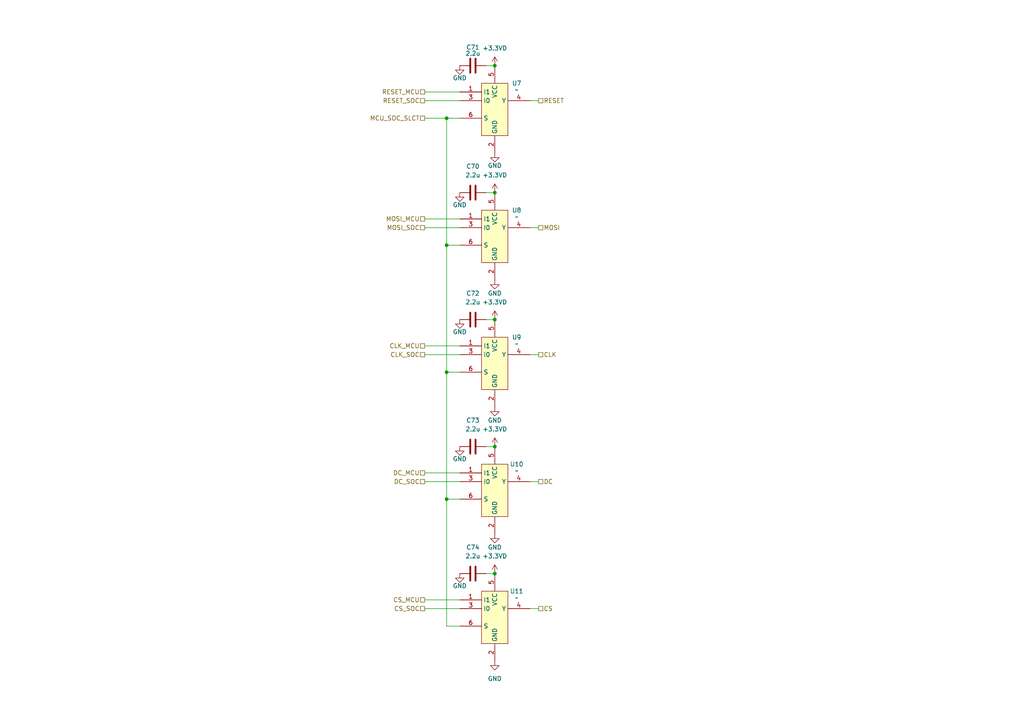
<source format=kicad_sch>
(kicad_sch (version 20250114) (generator "eeschema") (generator_version "9.0")
  (paper "A4")
  (lib_symbols
    (symbol "Device:C" (pin_numbers (hide yes)) (pin_names (offset 0.254))
      (property "Reference" "C" (at 0.635 2.54 0))
      (property "Value" "C" (at 0.635 -2.54 0))
      (symbol "C_0_1"
        (polyline (pts (xy -2.032 0.762) (xy 2.032 0.762)) (stroke (width 0.508)))
        (polyline (pts (xy -2.032 -0.762) (xy 2.032 -0.762)) (stroke (width 0.508)))
      )
      (symbol "C_1_1"
        (pin passive line (at 0 3.81 270) (length 2.794) (name "~") (number "1"))
        (pin passive line (at 0 -3.81 90) (length 2.794) (name "~") (number "2"))
      )
    )
    (symbol "H616_lib:74LVC1G157"
      (property "Reference" "U" (at 0.762 1.524 0))
      (symbol "74LVC1G157_1_1"
        (rectangle (start 0 0) (end 7.62 -15.24) (fill (type background)))
        (pin input line (at -6.35 -2.54 0) (length 6.35) (name "I1") (number "1"))
        (pin input line (at -6.35 -5.08 0) (length 6.35) (name "I0") (number "3"))
        (pin input line (at -6.35 -10.16 0) (length 6.35) (name "S") (number "6"))
        (pin input line (at 3.81 5.08 270) (length 5.08) (name "VCC") (number "5"))
        (pin input line (at 3.81 -20.32 90) (length 5.08) (name "GND") (number "2"))
        (pin input line (at 13.97 -5.08 180) (length 6.35) (name "Y") (number "4"))
      )
    )
    (symbol "power:+3.3V" (power) (pin_numbers (hide yes)) (pin_names (offset 0) (hide yes))
      (property "Value" "+3.3V" (at 0 3.556 0))
      (symbol "+3.3V_0_1"
        (polyline (pts (xy -0.762 1.27) (xy 0 2.54)))
        (polyline (pts (xy 0 2.54) (xy 0.762 1.27)))
        (polyline (pts (xy 0 0) (xy 0 2.54)))
      )
      (symbol "+3.3V_1_1"
        (pin power_in line (at 0 0 90) (length 0) (name "~") (number "1"))
      )
    )
    (symbol "power:GND" (power) (pin_numbers (hide yes)) (pin_names (offset 0) (hide yes))
      (property "Value" "GND" (at 0 -3.81 0))
      (symbol "GND_0_1"
        (polyline (pts (xy 0 0) (xy 0 -1.27) (xy 1.27 -1.27) (xy 0 -2.54) (xy -1.27 -1.27) (xy 0 -1.27)))
      )
      (symbol "GND_1_1"
        (pin power_in line (at 0 0 270) (length 0) (name "~") (number "1"))
      )
    )
  )
  (junction (at 143.51 166.37))
  (junction (at 143.51 19.05))
  (junction (at 143.51 55.88))
  (junction (at 129.54 144.78))
  (junction (at 129.54 71.12))
  (junction (at 143.51 92.71))
  (junction (at 129.54 107.95))
  (junction (at 143.51 129.54))
  (junction (at 129.54 34.29))
  (wire (pts (xy 129.54 181.61) (xy 133.35 181.61)))
  (wire (pts (xy 123.19 139.7) (xy 133.35 139.7)))
  (wire (pts (xy 153.67 66.04) (xy 156.21 66.04)))
  (wire (pts (xy 140.97 129.54) (xy 143.51 129.54)))
  (wire (pts (xy 140.97 19.05) (xy 143.51 19.05)))
  (wire (pts (xy 123.19 176.53) (xy 133.35 176.53)))
  (wire (pts (xy 129.54 71.12) (xy 133.35 71.12)))
  (wire (pts (xy 140.97 55.88) (xy 143.51 55.88)))
  (wire (pts (xy 153.67 102.87) (xy 156.21 102.87)))
  (wire (pts (xy 153.67 29.21) (xy 156.21 29.21)))
  (wire (pts (xy 129.54 34.29) (xy 133.35 34.29)))
  (wire (pts (xy 153.67 176.53) (xy 156.21 176.53)))
  (wire (pts (xy 123.19 100.33) (xy 133.35 100.33)))
  (wire (pts (xy 123.19 29.21) (xy 133.35 29.21)))
  (wire (pts (xy 140.97 92.71) (xy 143.51 92.71)))
  (wire (pts (xy 129.54 107.95) (xy 129.54 144.78)))
  (wire (pts (xy 129.54 144.78) (xy 129.54 181.61)))
  (wire (pts (xy 123.19 63.5) (xy 133.35 63.5)))
  (wire (pts (xy 123.19 173.99) (xy 133.35 173.99)))
  (wire (pts (xy 123.19 102.87) (xy 133.35 102.87)))
  (wire (pts (xy 123.19 66.04) (xy 133.35 66.04)))
  (wire (pts (xy 123.19 34.29) (xy 129.54 34.29)))
  (wire (pts (xy 140.97 166.37) (xy 143.51 166.37)))
  (wire (pts (xy 123.19 137.16) (xy 133.35 137.16)))
  (wire (pts (xy 129.54 107.95) (xy 133.35 107.95)))
  (wire (pts (xy 153.67 139.7) (xy 156.21 139.7)))
  (wire (pts (xy 129.54 144.78) (xy 133.35 144.78)))
  (wire (pts (xy 123.19 26.67) (xy 133.35 26.67)))
  (wire (pts (xy 129.54 34.29) (xy 129.54 71.12)))
  (wire (pts (xy 129.54 71.12) (xy 129.54 107.95)))
  (hierarchical_label "DC_MCU" (shape passive) (at 123.19 137.16 180))
  (hierarchical_label "CLK_SOC" (shape passive) (at 123.19 102.87 180))
  (hierarchical_label "CS" (shape passive) (at 156.21 176.53 0))
  (hierarchical_label "RESET" (shape passive) (at 156.21 29.21 0))
  (hierarchical_label "MOSI_SOC" (shape passive) (at 123.19 66.04 180))
  (hierarchical_label "MOSI_MCU" (shape passive) (at 123.19 63.5 180))
  (hierarchical_label "DC_SOC" (shape passive) (at 123.19 139.7 180))
  (hierarchical_label "CLK_MCU" (shape passive) (at 123.19 100.33 180))
  (hierarchical_label "DC" (shape passive) (at 156.21 139.7 0))
  (hierarchical_label "CLK" (shape passive) (at 156.21 102.87 0))
  (hierarchical_label "MCU_SOC_SLCT" (shape passive) (at 123.19 34.29 180))
  (hierarchical_label "RESET_SOC" (shape passive) (at 123.19 29.21 180))
  (hierarchical_label "CS_SOC" (shape passive) (at 123.19 176.53 180))
  (hierarchical_label "CS_MCU" (shape passive) (at 123.19 173.99 180))
  (hierarchical_label "MOSI" (shape passive) (at 156.21 66.04 0))
  (hierarchical_label "RESET_MCU" (shape passive) (at 123.19 26.67 180))
  (symbol (lib_id "Device:C") (at 137.16 19.05 90) (unit 1)
    (property "Reference" "C71" (at 137.16 13.716 90))
    (property "Value" "2.2u" (at 137.16 15.494 90))
    (property "Footprint" "Capacitor_SMD:C_0402_1005Metric_Pad0.74x0.62mm_HandSolder" (effects (hide yes)))
    (property "Manufacturer" "Samsung Electro-Mechanics" (effects (hide yes)))
    (property "Part Number" "CL05A225KO5NQNC" (effects (hide yes)))
  )
  (symbol (lib_id "power:GND") (at 133.35 19.05 0) (unit 1)
    (property "Reference" "#PWR0108" (effects (hide yes)))
    (property "Value" "GND" (at 133.35 22.606 0))
    (property "Description" "Power symbol creates a global label with name \"GND\" , ground" (effects (hide yes)))
  )
  (symbol (lib_id "Device:C") (at 137.16 55.88 90) (unit 1)
    (property "Reference" "C70" (at 137.16 48.26 90))
    (property "Value" "2.2u" (at 137.16 50.8 90))
    (property "Footprint" "Capacitor_SMD:C_0402_1005Metric_Pad0.74x0.62mm_HandSolder" (effects (hide yes)))
    (property "Manufacturer" "Samsung Electro-Mechanics" (effects (hide yes)))
    (property "Part Number" "CL05A225KO5NQNC" (effects (hide yes)))
  )
  (symbol (lib_id "power:+3.3V") (at 143.51 55.88 0) (unit 1)
    (property "Reference" "#PWR097" (effects (hide yes)))
    (property "Value" "+3.3VD" (at 143.51 50.8 0))
    (property "Description" "Power symbol creates a global label with name \"+3.3V\"" (effects (hide yes)))
  )
  (symbol (lib_id "Device:C") (at 137.16 129.54 90) (unit 1)
    (property "Reference" "C73" (at 137.16 121.92 90))
    (property "Value" "2.2u" (at 137.16 124.46 90))
    (property "Footprint" "Capacitor_SMD:C_0402_1005Metric_Pad0.74x0.62mm_HandSolder" (effects (hide yes)))
    (property "Manufacturer" "Samsung Electro-Mechanics" (effects (hide yes)))
    (property "Part Number" "CL05A225KO5NQNC" (effects (hide yes)))
  )
  (symbol (lib_id "H616_lib:74LVC1G157") (at 139.7 24.13 0) (unit 1)
    (property "Reference" "U7" (at 149.86 24.1614 0))
    (property "Value" "~" (at 149.86 26.0665 0))
    (property "Footprint" "Package_TO_SOT_SMD:SOT-23-6" (effects (hide yes)))
    (property "Manufacturer" "lingxingic" (effects (hide yes)))
    (property "Part Number" "SN74LVC1G157DB(LX)" (effects (hide yes)))
  )
  (symbol (lib_id "power:GND") (at 143.51 44.45 0) (unit 1)
    (property "Reference" "#PWR092" (effects (hide yes)))
    (property "Value" "GND" (at 143.51 48.006 0))
    (property "Description" "Power symbol creates a global label with name \"GND\" , ground" (effects (hide yes)))
  )
  (symbol (lib_id "H616_lib:74LVC1G157") (at 139.7 134.62 0) (unit 1)
    (property "Reference" "U10" (at 149.86 134.6514 0))
    (property "Value" "~" (at 149.86 136.5565 0))
    (property "Footprint" "Package_TO_SOT_SMD:SOT-23-6" (effects (hide yes)))
    (property "Manufacturer" "lingxingic" (effects (hide yes)))
    (property "Part Number" "SN74LVC1G157DB(LX)" (effects (hide yes)))
  )
  (symbol (lib_id "power:GND") (at 133.35 92.71 0) (unit 1)
    (property "Reference" "#PWR0109" (effects (hide yes)))
    (property "Value" "GND" (at 133.35 96.266 0))
    (property "Description" "Power symbol creates a global label with name \"GND\" , ground" (effects (hide yes)))
  )
  (symbol (lib_id "power:+3.3V") (at 143.51 129.54 0) (unit 1)
    (property "Reference" "#PWR0103" (effects (hide yes)))
    (property "Value" "+3.3VD" (at 143.51 124.46 0))
    (property "Description" "Power symbol creates a global label with name \"+3.3V\"" (effects (hide yes)))
  )
  (symbol (lib_id "Device:C") (at 137.16 92.71 90) (unit 1)
    (property "Reference" "C72" (at 137.16 85.09 90))
    (property "Value" "2.2u" (at 137.16 87.63 90))
    (property "Footprint" "Capacitor_SMD:C_0402_1005Metric_Pad0.74x0.62mm_HandSolder" (effects (hide yes)))
    (property "Manufacturer" "Samsung Electro-Mechanics" (effects (hide yes)))
    (property "Part Number" "CL05A225KO5NQNC" (effects (hide yes)))
  )
  (symbol (lib_id "power:GND") (at 143.51 154.94 0) (unit 1)
    (property "Reference" "#PWR0104" (effects (hide yes)))
    (property "Value" "GND" (at 143.51 158.75 0))
    (property "Description" "Power symbol creates a global label with name \"GND\" , ground" (effects (hide yes)))
  )
  (symbol (lib_id "power:GND") (at 133.35 166.37 0) (unit 1)
    (property "Reference" "#PWR0111" (effects (hide yes)))
    (property "Value" "GND" (at 133.35 169.926 0))
    (property "Description" "Power symbol creates a global label with name \"GND\" , ground" (effects (hide yes)))
  )
  (symbol (lib_id "H616_lib:74LVC1G157") (at 139.7 171.45 0) (unit 1)
    (property "Reference" "U11" (at 149.86 171.4814 0))
    (property "Value" "~" (at 149.86 173.3865 0))
    (property "Footprint" "Package_TO_SOT_SMD:SOT-23-6" (effects (hide yes)))
    (property "Manufacturer" "lingxingic" (effects (hide yes)))
    (property "Part Number" "SN74LVC1G157DB(LX)" (effects (hide yes)))
  )
  (symbol (lib_id "power:+3.3V") (at 143.51 19.05 0) (unit 1)
    (property "Reference" "#PWR091" (effects (hide yes)))
    (property "Value" "+3.3VD" (at 143.51 13.97 0))
    (property "Description" "Power symbol creates a global label with name \"+3.3V\"" (effects (hide yes)))
  )
  (symbol (lib_id "Device:C") (at 137.16 166.37 90) (unit 1)
    (property "Reference" "C74" (at 137.16 158.75 90))
    (property "Value" "2.2u" (at 137.16 161.29 90))
    (property "Footprint" "Capacitor_SMD:C_0402_1005Metric_Pad0.74x0.62mm_HandSolder" (effects (hide yes)))
    (property "Manufacturer" "Samsung Electro-Mechanics" (effects (hide yes)))
    (property "Part Number" "CL05A225KO5NQNC" (effects (hide yes)))
  )
  (symbol (lib_id "power:+3.3V") (at 143.51 166.37 0) (unit 1)
    (property "Reference" "#PWR0105" (effects (hide yes)))
    (property "Value" "+3.3VD" (at 143.51 161.29 0))
    (property "Description" "Power symbol creates a global label with name \"+3.3V\"" (effects (hide yes)))
  )
  (symbol (lib_id "power:+3.3V") (at 143.51 92.71 0) (unit 1)
    (property "Reference" "#PWR0101" (effects (hide yes)))
    (property "Value" "+3.3VD" (at 143.51 87.63 0))
    (property "Description" "Power symbol creates a global label with name \"+3.3V\"" (effects (hide yes)))
  )
  (symbol (lib_id "H616_lib:74LVC1G157") (at 139.7 60.96 0) (unit 1)
    (property "Reference" "U8" (at 149.86 60.9914 0))
    (property "Value" "~" (at 149.86 62.8965 0))
    (property "Footprint" "Package_TO_SOT_SMD:SOT-23-6" (effects (hide yes)))
    (property "Manufacturer" "lingxingic" (effects (hide yes)))
    (property "Part Number" "SN74LVC1G157DB(LX)" (effects (hide yes)))
  )
  (symbol (lib_id "H616_lib:74LVC1G157") (at 139.7 97.79 0) (unit 1)
    (property "Reference" "U9" (at 149.86 97.8214 0))
    (property "Value" "~" (at 149.86 99.7265 0))
    (property "Footprint" "Package_TO_SOT_SMD:SOT-23-6" (effects (hide yes)))
    (property "Manufacturer" "lingxingic" (effects (hide yes)))
    (property "Part Number" "SN74LVC1G157DB(LX)" (effects (hide yes)))
  )
  (symbol (lib_id "power:GND") (at 143.51 118.11 0) (unit 1)
    (property "Reference" "#PWR0102" (effects (hide yes)))
    (property "Value" "GND" (at 143.51 121.92 0))
    (property "Description" "Power symbol creates a global label with name \"GND\" , ground" (effects (hide yes)))
  )
  (symbol (lib_id "power:GND") (at 133.35 129.54 0) (unit 1)
    (property "Reference" "#PWR0110" (effects (hide yes)))
    (property "Value" "GND" (at 133.35 133.096 0))
    (property "Description" "Power symbol creates a global label with name \"GND\" , ground" (effects (hide yes)))
  )
  (symbol (lib_id "power:GND") (at 143.51 191.77 0) (unit 1)
    (property "Reference" "#PWR0106" (effects (hide yes)))
    (property "Value" "GND" (at 143.51 196.85 0))
    (property "Description" "Power symbol creates a global label with name \"GND\" , ground" (effects (hide yes)))
  )
  (symbol (lib_id "power:GND") (at 133.35 55.88 0) (unit 1)
    (property "Reference" "#PWR0107" (effects (hide yes)))
    (property "Value" "GND" (at 133.35 59.436 0))
    (property "Description" "Power symbol creates a global label with name \"GND\" , ground" (effects (hide yes)))
  )
  (symbol (lib_id "power:GND") (at 143.51 81.28 0) (unit 1)
    (property "Reference" "#PWR0100" (effects (hide yes)))
    (property "Value" "GND" (at 143.51 85.09 0))
    (property "Description" "Power symbol creates a global label with name \"GND\" , ground" (effects (hide yes)))
  )
)
</source>
